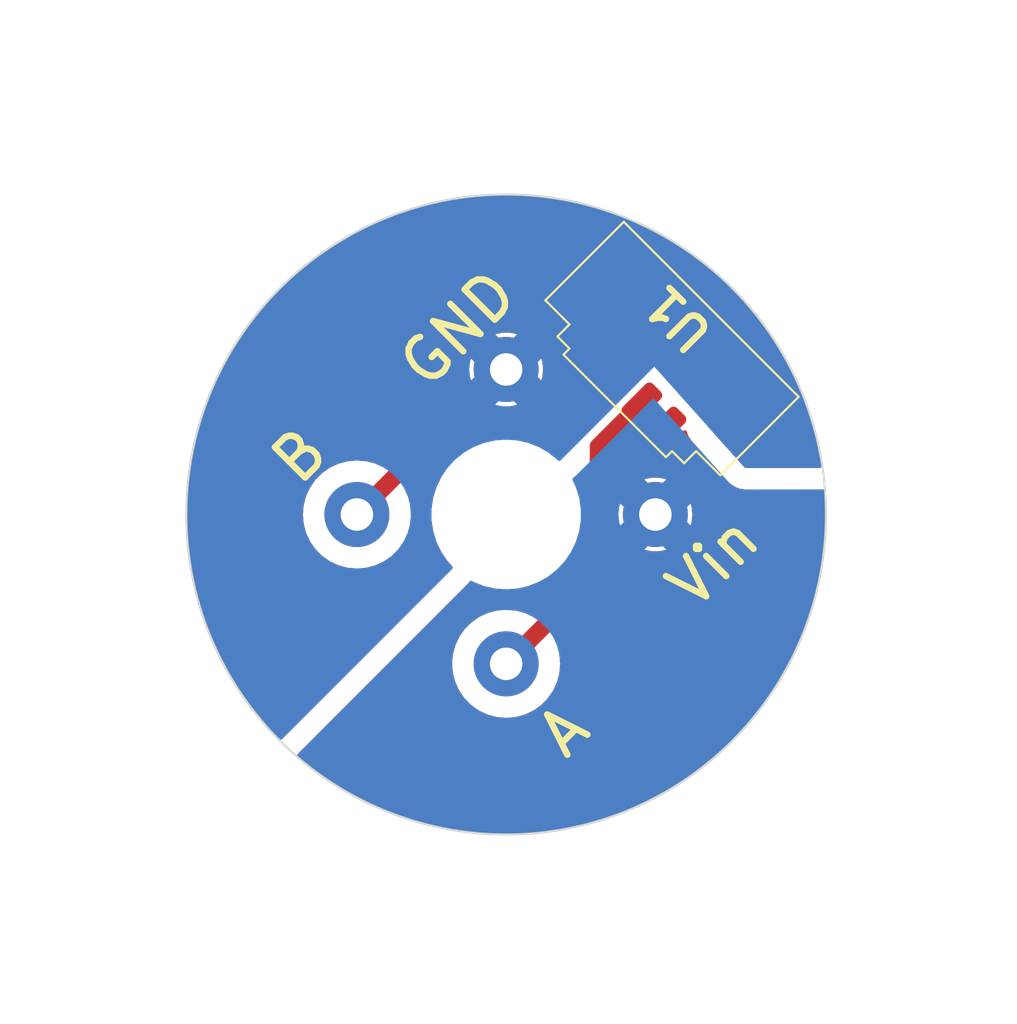
<source format=kicad_pcb>
(kicad_pcb (version 20221018) (generator pcbnew)
  (layers (0 "F.Cu" signal) (31 "B.Cu" signal) (34 "B.Paste" user) (35 "F.Paste" user) (36 "B.SilkS" user "B.Silkscreen") (37 "F.SilkS" user "F.Silkscreen") (38 "B.Mask" user) (39 "F.Mask" user) (44 "Edge.Cuts" user))
  (net 0 "")
  (net 1 "/Vin")
  (net 2 "/RS485+")
  (net 3 "/RS485-")
  (net 4 "GND")
  (footprint "adapter-encoder:MECH_THRU_HOLE" (layer "F.Cu") (at 112.57 84.41)
    (fp_text reference "M5" (at 0 -0.5 unlocked) (layer "F.SilkS") (effects (font (thickness 0.1))))
    (fp_text value "THRU_HOLE_PAD")
    (pad "" np_thru_hole circle (at 0 0) (size 3 3) (drill 3) (layers "F&B.Cu" "*.Mask"))
  )
  (footprint "adapter-encoder:THRU_HOLE" (layer "F.Cu") (at 112.57 87.91 90)
    (fp_text reference "M2" hide)
    (fp_text value "THRU_HOLE_PAD")
    (pad "1" thru_hole circle (at 0 0 90) (size 1.524 1.524) (drill 0.762) (layers "*.Cu" "*.Mask") (net 2 "/RS485+"))
  )
  (footprint "adapter-encoder:DF52-4S-0.8H(21)" (layer "F.Cu") (at 115.47 81.51 135)
    (fp_text reference "U1" (at 0.4 2 135 unlocked) (layer "F.SilkS") (effects (font (size 0.8 0.8))))
    (fp_text value "DF52-4S-0.8H(21)" hide)
    (fp_line (start -2.9 0.1) (end -2.9 2.7) (stroke (width 0.05)) (layer "F.SilkS"))
    (fp_line (start -2.9 2.7) (end 2.9 2.7) (stroke (width 0.05)) (layer "F.SilkS"))
    (fp_line (start -2.1 -0.3) (end -2.1 0.1) (stroke (width 0.05)) (layer "F.SilkS"))
    (fp_line (start -2.1 0.1) (end -2.9 0.1) (stroke (width 0.05)) (layer "F.SilkS"))
    (fp_line (start -1.7 -0.5) (end -1.7 -0.3) (stroke (width 0.05)) (layer "F.SilkS"))
    (fp_line (start -1.7 -0.5) (end 1.7 -0.5) (stroke (width 0.05)) (layer "F.SilkS"))
    (fp_line (start -1.7 -0.3) (end -2.1 -0.3) (stroke (width 0.05)) (layer "F.SilkS"))
    (fp_line (start 1.7 -0.5) (end 1.7 -0.3) (stroke (width 0.05)) (layer "F.SilkS"))
    (fp_line (start 1.7 -0.3) (end 2.1 -0.3) (stroke (width 0.05)) (layer "F.SilkS"))
    (fp_line (start 2.1 -0.3) (end 2.1 0.1) (stroke (width 0.05)) (layer "F.SilkS"))
    (fp_line (start 2.1 0.1) (end 2.9 0.1) (stroke (width 0.05)) (layer "F.SilkS"))
    (fp_line (start 2.9 0.1) (end 2.9 2.7) (stroke (width 0.05)) (layer "F.SilkS"))
    (pad "1" smd roundrect (at -1.2 0 315) (size 0.5 1) (layers "F.Cu" "F.Paste" "F.Mask") (net 1 "/Vin"))
    (pad "2" smd roundrect (at -0.4 0 315) (size 0.5 1) (layers "F.Cu" "F.Paste" "F.Mask") (net 2 "/RS485+"))
    (pad "3" smd roundrect (at 0.4 0 315) (size 0.5 1) (layers "F.Cu" "F.Paste" "F.Mask") (net 3 "/RS485-"))
    (pad "4" smd roundrect (at 1.2 0 315) (size 0.5 1) (layers "F.Cu" "F.Paste" "F.Mask") (net 4 "GND"))
    (pad "5" smd roundrect (at 2.45 1.92 135) (size 0.9 1.6) (layers "F.Cu" "F.Paste" "F.Mask") (net 4 "GND"))
    (pad "6" smd roundrect (at -2.45 1.92 135) (size 0.9 1.6) (layers "F.Cu" "F.Paste" "F.Mask") (net 4 "GND"))
  )
  (footprint "adapter-encoder:THRU_HOLE" (layer "F.Cu") (at 116.07 84.41 180)
    (fp_text reference "M1" hide)
    (fp_text value "THRU_HOLE_PAD")
    (pad "1" thru_hole circle (at 0 0 180) (size 1.524 1.524) (drill 0.762) (layers "*.Cu" "*.Mask") (net 1 "/Vin"))
  )
  (footprint "adapter-encoder:THRU_HOLE" (layer "F.Cu") (at 112.57 81.01 -90)
    (fp_text reference "M4" hide)
    (fp_text value "THRU_HOLE_PAD")
    (pad "1" thru_hole circle (at 0 0 270) (size 1.524 1.524) (drill 0.762) (layers "*.Cu" "*.Mask") (net 4 "GND"))
  )
  (footprint "adapter-encoder:THRU_HOLE" (layer "F.Cu") (at 109.07 84.41)
    (fp_text reference "M3" hide)
    (fp_text value "THRU_HOLE_PAD")
    (pad "1" thru_hole circle (at 0 0) (size 1.524 1.524) (drill 0.762) (layers "*.Cu" "*.Mask") (net 3 "/RS485-"))
  )
  (gr_circle locked (center 112.57 84.41) (end 120.07 84.41) (stroke (width 0.05)) (fill none) (layer "Edge.Cuts"))
  (gr_text "GND" (at 110.71 81.62 45) (layer "F.SilkS") (effects (font (size 1 1)) (justify left bottom)))
  (gr_text "Vin" (at 116.98 86.79 45) (layer "F.SilkS") (effects (font (size 1 1)) (justify left bottom)))
  (gr_text "B" (at 107.71 83.87 45) (layer "F.SilkS") (effects (font (size 1 1)) (justify left bottom)))
  (gr_text "A" (at 113.96 90.27 45) (layer "F.SilkS") (effects (font (size 1 1)) (justify left bottom)))
  (segment (start 116.318528 82.381472) (end 116.3 82.4) (width 0.25) (layer "F.Cu") (net 1))
  (segment (start 114.73 85.75) (end 112.57 87.91) (width 0.4) (layer "F.Cu") (net 2))
  (segment (start 114.73 82.815686) (end 114.73 85.75) (width 0.4) (layer "F.Cu") (net 2))
  (segment (start 115.752843 81.792843) (end 114.73 82.815686) (width 0.4) (layer "F.Cu") (net 2))
  (segment (start 115.187157 81.227157) (end 114.064314 82.35) (width 0.4) (layer "F.Cu") (net 3))
  (segment (start 111.13 82.35) (end 109.07 84.41) (width 0.4) (layer "F.Cu") (net 3))
  (segment (start 114.064314 82.35) (end 111.13 82.35) (width 0.4) (layer "F.Cu") (net 3))
  (zone (net 1) (net_name "/Vin") (layers "F&B.Cu") (connect_pads (clearance 0.5)) (min_thickness 0.1) (fill yes (thermal_gap 0.1) (thermal_bridge_width 0.8))
    (polygon (pts (xy 105.475 91.515) (xy 115.975867 81.014133) (xy 118.170478 83.320571) (xy 124.27 83.31) (xy 124.565 96.365) (xy 105.475 96.365)))
  )
  (zone (net 4) (net_name "GND") (layers "F&B.Cu") (connect_pads (clearance 0.5)) (min_thickness 0.1) (fill yes (thermal_gap 0.1) (thermal_bridge_width 0.8))
    (polygon (pts (xy 119.79 77.2) (xy 124.27 83.31) (xy 118.170478 83.320571) (xy 116.045 80.945) (xy 105.48 91.51) (xy 100.7 91.51) (xy 100.7 72.35) (xy 119.79 72.35)))
  )
)
</source>
